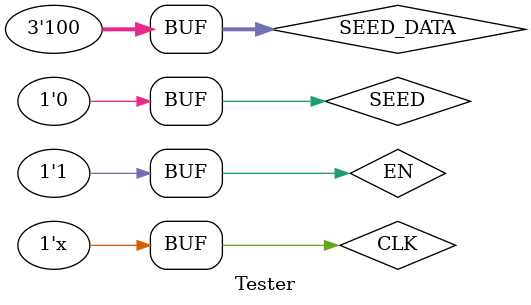
<source format=v>
`timescale 1ns / 1ps


module Tester();
parameter N=3;
reg CLK, EN, SEED;
reg [N-1:0] SEED_DATA;
wire [N-1:0] LFSR_DATA;
wire REPEAT;

//create n 8-bit LFSR instance
LFSR #(.n(N)) UUT(.clk(CLK), .en(EN), .seed(SEED), .seed_data(SEED_DATA), .LFSR_data(LFSR_DATA), .Repeat(REPEAT));
initial
begin
    CLK=0;
    EN=0;
    SEED=0;
    SEED_DATA=3'b100;
    #10;
    EN=1;
    SEED=1;
    #20;
    SEED=0;
end

always
begin
    #5;
    CLK=~CLK;
end
endmodule

</source>
